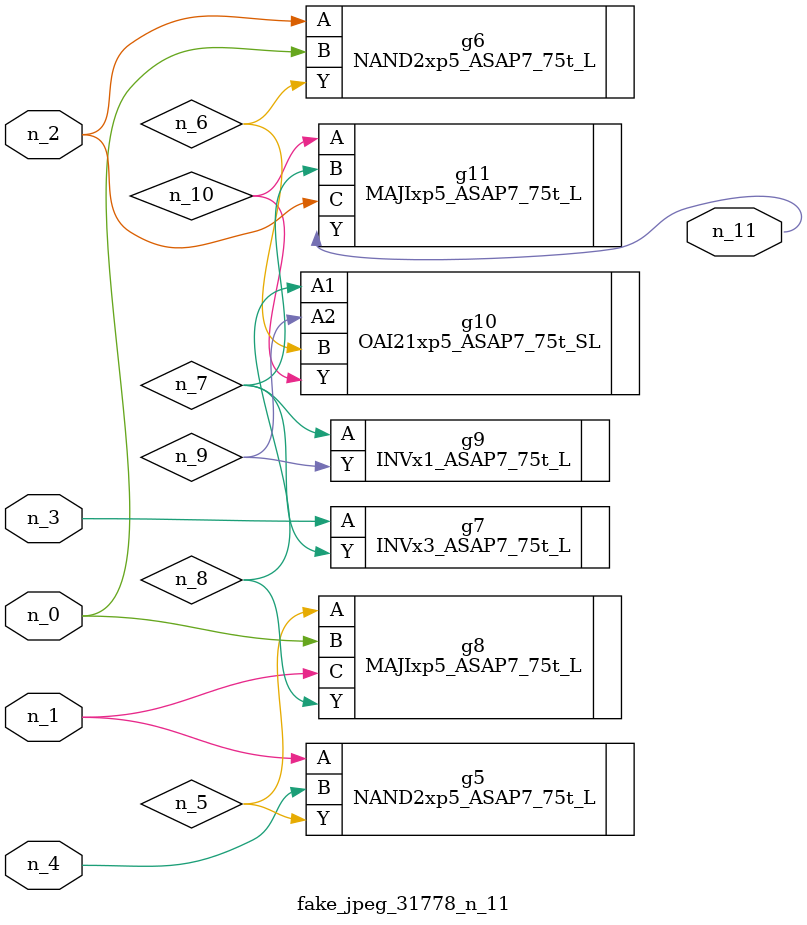
<source format=v>
module fake_jpeg_31778_n_11 (n_3, n_2, n_1, n_0, n_4, n_11);

input n_3;
input n_2;
input n_1;
input n_0;
input n_4;

output n_11;

wire n_10;
wire n_8;
wire n_9;
wire n_6;
wire n_5;
wire n_7;

NAND2xp5_ASAP7_75t_L g5 ( 
.A(n_1),
.B(n_4),
.Y(n_5)
);

NAND2xp5_ASAP7_75t_L g6 ( 
.A(n_2),
.B(n_0),
.Y(n_6)
);

INVx3_ASAP7_75t_L g7 ( 
.A(n_3),
.Y(n_7)
);

MAJIxp5_ASAP7_75t_L g8 ( 
.A(n_5),
.B(n_0),
.C(n_1),
.Y(n_8)
);

OAI21xp5_ASAP7_75t_SL g10 ( 
.A1(n_8),
.A2(n_9),
.B(n_6),
.Y(n_10)
);

INVx1_ASAP7_75t_L g9 ( 
.A(n_7),
.Y(n_9)
);

MAJIxp5_ASAP7_75t_L g11 ( 
.A(n_10),
.B(n_7),
.C(n_2),
.Y(n_11)
);


endmodule
</source>
